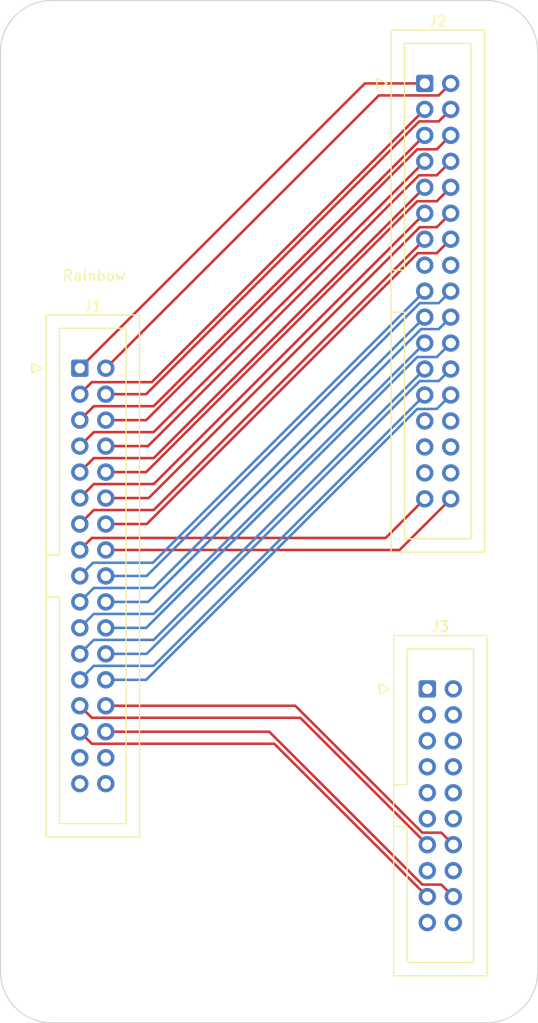
<source format=kicad_pcb>
(kicad_pcb (version 20221018) (generator pcbnew)
  (layers (0 "F.Cu" signal) (31 "B.Cu" signal) (34 "B.Paste" user) (35 "F.Paste" user) (36 "B.SilkS" user "B.Silkscreen") (37 "F.SilkS" user "F.Silkscreen") (38 "B.Mask" user) (39 "F.Mask" user) (44 "Edge.Cuts" user))
  (net 0 "")
  (net 1 "Net-(J1-Pin_1)")
  (net 2 "Net-(J1-Pin_2)")
  (net 3 "Net-(J1-Pin_3)")
  (net 4 "Net-(J1-Pin_4)")
  (net 33 "Net-(J1-Pin_5)")
  (net 34 "Net-(J1-Pin_6)")
  (net 35 "Net-(J1-Pin_7)")
  (net 36 "Net-(J1-Pin_8)")
  (net 37 "Net-(J1-Pin_9)")
  (net 38 "Net-(J1-Pin_10)")
  (net 39 "Net-(J1-Pin_11)")
  (net 40 "Net-(J1-Pin_12)")
  (net 41 "Net-(J1-Pin_13)")
  (net 42 "Net-(J1-Pin_14)")
  (net 43 "Net-(J1-Pin_15)")
  (net 44 "Net-(J1-Pin_16)")
  (net 45 "Net-(J1-Pin_17)")
  (net 46 "Net-(J1-Pin_18)")
  (net 47 "Net-(J1-Pin_19)")
  (net 48 "Net-(J1-Pin_20)")
  (net 49 "Net-(J1-Pin_21)")
  (net 50 "Net-(J1-Pin_22)")
  (net 51 "Net-(J1-Pin_23)")
  (net 52 "Net-(J1-Pin_24)")
  (net 53 "Net-(J1-Pin_25)")
  (net 54 "Net-(J1-Pin_26)")
  (net 55 "Net-(J1-Pin_27)")
  (net 56 "Net-(J1-Pin_28)")
  (net 57 "Net-(J1-Pin_29)")
  (net 58 "Net-(J1-Pin_30)")
  (footprint "Connector_IDC:IDC-Header_2x17_P2.54mm_Vertical" (layer "F.Cu") (at 117.75 98.47)
    (fp_text reference "J1" (at 1.27 -6.1) (layer "F.SilkS"))
    (fp_text value "Conn_02x17_Odd_Even")
    (fp_line (start -4.68 -0.5) (end -4.68 0.5) (stroke (width 0.12)) (layer "F.SilkS"))
    (fp_line (start -4.68 0.5) (end -3.68 0) (stroke (width 0.12)) (layer "F.SilkS"))
    (fp_line (start -3.68 0) (end -4.68 -0.5) (stroke (width 0.12)) (layer "F.SilkS"))
    (fp_line (start -3.29 -5.21) (end 5.83 -5.21) (stroke (width 0.12)) (layer "F.SilkS"))
    (fp_line (start -3.29 18.27) (end -1.98 18.27) (stroke (width 0.12)) (layer "F.SilkS"))
    (fp_line (start -3.29 45.85) (end -3.29 -5.21) (stroke (width 0.12)) (layer "F.SilkS"))
    (fp_line (start -1.98 -3.91) (end 4.52 -3.91) (stroke (width 0.12)) (layer "F.SilkS"))
    (fp_line (start -1.98 18.27) (end -1.98 -3.91) (stroke (width 0.12)) (layer "F.SilkS"))
    (fp_line (start -1.98 22.37) (end -3.29 22.37) (stroke (width 0.12)) (layer "F.SilkS"))
    (fp_line (start -1.98 22.37) (end -1.98 22.37) (stroke (width 0.12)) (layer "F.SilkS"))
    (fp_line (start -1.98 44.55) (end -1.98 22.37) (stroke (width 0.12)) (layer "F.SilkS"))
    (fp_line (start 4.52 -3.91) (end 4.52 44.55) (stroke (width 0.12)) (layer "F.SilkS"))
    (fp_line (start 4.52 44.55) (end -1.98 44.55) (stroke (width 0.12)) (layer "F.SilkS"))
    (fp_line (start 5.83 -5.21) (end 5.83 45.85) (stroke (width 0.12)) (layer "F.SilkS"))
    (fp_line (start 5.83 45.85) (end -3.29 45.85) (stroke (width 0.12)) (layer "F.SilkS"))
    (pad "1" thru_hole roundrect (at 0 0) (size 1.7 1.7) (drill 1) (layers "*.Cu" "*.Mask") (roundrect_rratio 0.1470588235) (net 1 "Net-(J1-Pin_1)"))
    (pad "2" thru_hole circle (at 2.54 0) (size 1.7 1.7) (drill 1) (layers "*.Cu" "*.Mask") (net 2 "Net-(J1-Pin_2)"))
    (pad "3" thru_hole circle (at 0 2.54) (size 1.7 1.7) (drill 1) (layers "*.Cu" "*.Mask") (net 3 "Net-(J1-Pin_3)"))
    (pad "4" thru_hole circle (at 2.54 2.54) (size 1.7 1.7) (drill 1) (layers "*.Cu" "*.Mask") (net 4 "Net-(J1-Pin_4)"))
    (pad "5" thru_hole circle (at 0 5.08) (size 1.7 1.7) (drill 1) (layers "*.Cu" "*.Mask") (net 33 "Net-(J1-Pin_5)"))
    (pad "6" thru_hole circle (at 2.54 5.08) (size 1.7 1.7) (drill 1) (layers "*.Cu" "*.Mask") (net 34 "Net-(J1-Pin_6)"))
    (pad "7" thru_hole circle (at 0 7.62) (size 1.7 1.7) (drill 1) (layers "*.Cu" "*.Mask") (net 35 "Net-(J1-Pin_7)"))
    (pad "8" thru_hole circle (at 2.54 7.62) (size 1.7 1.7) (drill 1) (layers "*.Cu" "*.Mask") (net 36 "Net-(J1-Pin_8)"))
    (pad "9" thru_hole circle (at 0 10.16) (size 1.7 1.7) (drill 1) (layers "*.Cu" "*.Mask") (net 37 "Net-(J1-Pin_9)"))
    (pad "10" thru_hole circle (at 2.54 10.16) (size 1.7 1.7) (drill 1) (layers "*.Cu" "*.Mask") (net 38 "Net-(J1-Pin_10)"))
    (pad "11" thru_hole circle (at 0 12.7) (size 1.7 1.7) (drill 1) (layers "*.Cu" "*.Mask") (net 39 "Net-(J1-Pin_11)"))
    (pad "12" thru_hole circle (at 2.54 12.7) (size 1.7 1.7) (drill 1) (layers "*.Cu" "*.Mask") (net 40 "Net-(J1-Pin_12)"))
    (pad "13" thru_hole circle (at 0 15.24) (size 1.7 1.7) (drill 1) (layers "*.Cu" "*.Mask") (net 41 "Net-(J1-Pin_13)"))
    (pad "14" thru_hole circle (at 2.54 15.24) (size 1.7 1.7) (drill 1) (layers "*.Cu" "*.Mask") (net 42 "Net-(J1-Pin_14)"))
    (pad "15" thru_hole circle (at 0 17.78) (size 1.7 1.7) (drill 1) (layers "*.Cu" "*.Mask") (net 43 "Net-(J1-Pin_15)"))
    (pad "16" thru_hole circle (at 2.54 17.78) (size 1.7 1.7) (drill 1) (layers "*.Cu" "*.Mask") (net 44 "Net-(J1-Pin_16)"))
    (pad "17" thru_hole circle (at 0 20.32) (size 1.7 1.7) (drill 1) (layers "*.Cu" "*.Mask") (net 45 "Net-(J1-Pin_17)"))
    (pad "18" thru_hole circle (at 2.54 20.32) (size 1.7 1.7) (drill 1) (layers "*.Cu" "*.Mask") (net 46 "Net-(J1-Pin_18)"))
    (pad "19" thru_hole circle (at 0 22.86) (size 1.7 1.7) (drill 1) (layers "*.Cu" "*.Mask") (net 47 "Net-(J1-Pin_19)"))
    (pad "20" thru_hole circle (at 2.54 22.86) (size 1.7 1.7) (drill 1) (layers "*.Cu" "*.Mask") (net 48 "Net-(J1-Pin_20)"))
    (pad "21" thru_hole circle (at 0 25.4) (size 1.7 1.7) (drill 1) (layers "*.Cu" "*.Mask") (net 49 "Net-(J1-Pin_21)"))
    (pad "22" thru_hole circle (at 2.54 25.4) (size 1.7 1.7) (drill 1) (layers "*.Cu" "*.Mask") (net 50 "Net-(J1-Pin_22)"))
    (pad "23" thru_hole circle (at 0 27.94) (size 1.7 1.7) (drill 1) (layers "*.Cu" "*.Mask") (net 51 "Net-(J1-Pin_23)"))
    (pad "24" thru_hole circle (at 2.54 27.94) (size 1.7 1.7) (drill 1) (layers "*.Cu" "*.Mask") (net 52 "Net-(J1-Pin_24)"))
    (pad "25" thru_hole circle (at 0 30.48) (size 1.7 1.7) (drill 1) (layers "*.Cu" "*.Mask") (net 53 "Net-(J1-Pin_25)"))
    (pad "26" thru_hole circle (at 2.54 30.48) (size 1.7 1.7) (drill 1) (layers "*.Cu" "*.Mask") (net 54 "Net-(J1-Pin_26)"))
    (pad "27" thru_hole circle (at 0 33.02) (size 1.7 1.7) (drill 1) (layers "*.Cu" "*.Mask") (net 55 "Net-(J1-Pin_27)"))
    (pad "28" thru_hole circle (at 2.54 33.02) (size 1.7 1.7) (drill 1) (layers "*.Cu" "*.Mask") (net 56 "Net-(J1-Pin_28)"))
    (pad "29" thru_hole circle (at 0 35.56) (size 1.7 1.7) (drill 1) (layers "*.Cu" "*.Mask") (net 57 "Net-(J1-Pin_29)"))
    (pad "30" thru_hole circle (at 2.54 35.56) (size 1.7 1.7) (drill 1) (layers "*.Cu" "*.Mask") (net 58 "Net-(J1-Pin_30)"))
    (pad "31" thru_hole circle (at 0 38.1) (size 1.7 1.7) (drill 1) (layers "*.Cu" "*.Mask"))
    (pad "32" thru_hole circle (at 2.54 38.1) (size 1.7 1.7) (drill 1) (layers "*.Cu" "*.Mask"))
    (pad "33" thru_hole circle (at 0 40.64) (size 1.7 1.7) (drill 1) (layers "*.Cu" "*.Mask"))
    (pad "34" thru_hole circle (at 2.54 40.64) (size 1.7 1.7) (drill 1) (layers "*.Cu" "*.Mask"))
  )
  (footprint "Connector_IDC:IDC-Header_2x10_P2.54mm_Vertical" (layer "F.Cu") (at 151.71 129.84)
    (fp_text reference "J3" (at 1.27 -6.1) (layer "F.SilkS"))
    (fp_text value "Conn_02x10_Odd_Even")
    (fp_line (start -4.68 -0.5) (end -4.68 0.5) (stroke (width 0.12)) (layer "F.SilkS"))
    (fp_line (start -4.68 0.5) (end -3.68 0) (stroke (width 0.12)) (layer "F.SilkS"))
    (fp_line (start -3.68 0) (end -4.68 -0.5) (stroke (width 0.12)) (layer "F.SilkS"))
    (fp_line (start -3.29 -5.21) (end 5.83 -5.21) (stroke (width 0.12)) (layer "F.SilkS"))
    (fp_line (start -3.29 9.38) (end -1.98 9.38) (stroke (width 0.12)) (layer "F.SilkS"))
    (fp_line (start -3.29 28.07) (end -3.29 -5.21) (stroke (width 0.12)) (layer "F.SilkS"))
    (fp_line (start -1.98 -3.91) (end 4.52 -3.91) (stroke (width 0.12)) (layer "F.SilkS"))
    (fp_line (start -1.98 9.38) (end -1.98 -3.91) (stroke (width 0.12)) (layer "F.SilkS"))
    (fp_line (start -1.98 13.48) (end -3.29 13.48) (stroke (width 0.12)) (layer "F.SilkS"))
    (fp_line (start -1.98 13.48) (end -1.98 13.48) (stroke (width 0.12)) (layer "F.SilkS"))
    (fp_line (start -1.98 26.77) (end -1.98 13.48) (stroke (width 0.12)) (layer "F.SilkS"))
    (fp_line (start 4.52 -3.91) (end 4.52 26.77) (stroke (width 0.12)) (layer "F.SilkS"))
    (fp_line (start 4.52 26.77) (end -1.98 26.77) (stroke (width 0.12)) (layer "F.SilkS"))
    (fp_line (start 5.83 -5.21) (end 5.83 28.07) (stroke (width 0.12)) (layer "F.SilkS"))
    (fp_line (start 5.83 28.07) (end -3.29 28.07) (stroke (width 0.12)) (layer "F.SilkS"))
    (pad "1" thru_hole roundrect (at 0 0) (size 1.7 1.7) (drill 1) (layers "*.Cu" "*.Mask") (roundrect_rratio 0.1470588235))
    (pad "2" thru_hole circle (at 2.54 0) (size 1.7 1.7) (drill 1) (layers "*.Cu" "*.Mask"))
    (pad "3" thru_hole circle (at 0 2.54) (size 1.7 1.7) (drill 1) (layers "*.Cu" "*.Mask"))
    (pad "4" thru_hole circle (at 2.54 2.54) (size 1.7 1.7) (drill 1) (layers "*.Cu" "*.Mask"))
    (pad "5" thru_hole circle (at 0 5.08) (size 1.7 1.7) (drill 1) (layers "*.Cu" "*.Mask"))
    (pad "6" thru_hole circle (at 2.54 5.08) (size 1.7 1.7) (drill 1) (layers "*.Cu" "*.Mask"))
    (pad "7" thru_hole circle (at 0 7.62) (size 1.7 1.7) (drill 1) (layers "*.Cu" "*.Mask"))
    (pad "8" thru_hole circle (at 2.54 7.62) (size 1.7 1.7) (drill 1) (layers "*.Cu" "*.Mask"))
    (pad "9" thru_hole circle (at 0 10.16) (size 1.7 1.7) (drill 1) (layers "*.Cu" "*.Mask"))
    (pad "10" thru_hole circle (at 2.54 10.16) (size 1.7 1.7) (drill 1) (layers "*.Cu" "*.Mask"))
    (pad "11" thru_hole circle (at 0 12.7) (size 1.7 1.7) (drill 1) (layers "*.Cu" "*.Mask"))
    (pad "12" thru_hole circle (at 2.54 12.7) (size 1.7 1.7) (drill 1) (layers "*.Cu" "*.Mask"))
    (pad "13" thru_hole circle (at 0 15.24) (size 1.7 1.7) (drill 1) (layers "*.Cu" "*.Mask") (net 55 "Net-(J1-Pin_27)"))
    (pad "14" thru_hole circle (at 2.54 15.24) (size 1.7 1.7) (drill 1) (layers "*.Cu" "*.Mask") (net 56 "Net-(J1-Pin_28)"))
    (pad "15" thru_hole circle (at 0 17.78) (size 1.7 1.7) (drill 1) (layers "*.Cu" "*.Mask"))
    (pad "16" thru_hole circle (at 2.54 17.78) (size 1.7 1.7) (drill 1) (layers "*.Cu" "*.Mask"))
    (pad "17" thru_hole circle (at 0 20.32) (size 1.7 1.7) (drill 1) (layers "*.Cu" "*.Mask") (net 57 "Net-(J1-Pin_29)"))
    (pad "18" thru_hole circle (at 2.54 20.32) (size 1.7 1.7) (drill 1) (layers "*.Cu" "*.Mask") (net 58 "Net-(J1-Pin_30)"))
    (pad "19" thru_hole circle (at 0 22.86) (size 1.7 1.7) (drill 1) (layers "*.Cu" "*.Mask"))
    (pad "20" thru_hole circle (at 2.54 22.86) (size 1.7 1.7) (drill 1) (layers "*.Cu" "*.Mask"))
  )
  (footprint "Connector_IDC:IDC-Header_2x17_P2.54mm_Vertical" (layer "F.Cu") (at 151.46 70.61)
    (fp_text reference "J2" (at 1.27 -6.1) (layer "F.SilkS"))
    (fp_text value "Conn_02x17_Odd_Even")
    (fp_line (start -4.68 -0.5) (end -4.68 0.5) (stroke (width 0.12)) (layer "F.SilkS"))
    (fp_line (start -4.68 0.5) (end -3.68 0) (stroke (width 0.12)) (layer "F.SilkS"))
    (fp_line (start -3.68 0) (end -4.68 -0.5) (stroke (width 0.12)) (layer "F.SilkS"))
    (fp_line (start -3.29 -5.21) (end 5.83 -5.21) (stroke (width 0.12)) (layer "F.SilkS"))
    (fp_line (start -3.29 18.27) (end -1.98 18.27) (stroke (width 0.12)) (layer "F.SilkS"))
    (fp_line (start -3.29 45.85) (end -3.29 -5.21) (stroke (width 0.12)) (layer "F.SilkS"))
    (fp_line (start -1.98 -3.91) (end 4.52 -3.91) (stroke (width 0.12)) (layer "F.SilkS"))
    (fp_line (start -1.98 18.27) (end -1.98 -3.91) (stroke (width 0.12)) (layer "F.SilkS"))
    (fp_line (start -1.98 22.37) (end -3.29 22.37) (stroke (width 0.12)) (layer "F.SilkS"))
    (fp_line (start -1.98 22.37) (end -1.98 22.37) (stroke (width 0.12)) (layer "F.SilkS"))
    (fp_line (start -1.98 44.55) (end -1.98 22.37) (stroke (width 0.12)) (layer "F.SilkS"))
    (fp_line (start 4.52 -3.91) (end 4.52 44.55) (stroke (width 0.12)) (layer "F.SilkS"))
    (fp_line (start 4.52 44.55) (end -1.98 44.55) (stroke (width 0.12)) (layer "F.SilkS"))
    (fp_line (start 5.83 -5.21) (end 5.83 45.85) (stroke (width 0.12)) (layer "F.SilkS"))
    (fp_line (start 5.83 45.85) (end -3.29 45.85) (stroke (width 0.12)) (layer "F.SilkS"))
    (pad "1" thru_hole roundrect (at 0 0) (size 1.7 1.7) (drill 1) (layers "*.Cu" "*.Mask") (roundrect_rratio 0.1470588235) (net 1 "Net-(J1-Pin_1)"))
    (pad "2" thru_hole circle (at 2.54 0) (size 1.7 1.7) (drill 1) (layers "*.Cu" "*.Mask") (net 2 "Net-(J1-Pin_2)"))
    (pad "3" thru_hole circle (at 0 2.54) (size 1.7 1.7) (drill 1) (layers "*.Cu" "*.Mask") (net 3 "Net-(J1-Pin_3)"))
    (pad "4" thru_hole circle (at 2.54 2.54) (size 1.7 1.7) (drill 1) (layers "*.Cu" "*.Mask") (net 4 "Net-(J1-Pin_4)"))
    (pad "5" thru_hole circle (at 0 5.08) (size 1.7 1.7) (drill 1) (layers "*.Cu" "*.Mask") (net 33 "Net-(J1-Pin_5)"))
    (pad "6" thru_hole circle (at 2.54 5.08) (size 1.7 1.7) (drill 1) (layers "*.Cu" "*.Mask") (net 34 "Net-(J1-Pin_6)"))
    (pad "7" thru_hole circle (at 0 7.62) (size 1.7 1.7) (drill 1) (layers "*.Cu" "*.Mask") (net 35 "Net-(J1-Pin_7)"))
    (pad "8" thru_hole circle (at 2.54 7.62) (size 1.7 1.7) (drill 1) (layers "*.Cu" "*.Mask") (net 36 "Net-(J1-Pin_8)"))
    (pad "9" thru_hole circle (at 0 10.16) (size 1.7 1.7) (drill 1) (layers "*.Cu" "*.Mask") (net 37 "Net-(J1-Pin_9)"))
    (pad "10" thru_hole circle (at 2.54 10.16) (size 1.7 1.7) (drill 1) (layers "*.Cu" "*.Mask") (net 38 "Net-(J1-Pin_10)"))
    (pad "11" thru_hole circle (at 0 12.7) (size 1.7 1.7) (drill 1) (layers "*.Cu" "*.Mask") (net 39 "Net-(J1-Pin_11)"))
    (pad "12" thru_hole circle (at 2.54 12.7) (size 1.7 1.7) (drill 1) (layers "*.Cu" "*.Mask") (net 40 "Net-(J1-Pin_12)"))
    (pad "13" thru_hole circle (at 0 15.24) (size 1.7 1.7) (drill 1) (layers "*.Cu" "*.Mask") (net 41 "Net-(J1-Pin_13)"))
    (pad "14" thru_hole circle (at 2.54 15.24) (size 1.7 1.7) (drill 1) (layers "*.Cu" "*.Mask") (net 42 "Net-(J1-Pin_14)"))
    (pad "15" thru_hole circle (at 0 17.78) (size 1.7 1.7) (drill 1) (layers "*.Cu" "*.Mask"))
    (pad "16" thru_hole circle (at 2.54 17.78) (size 1.7 1.7) (drill 1) (layers "*.Cu" "*.Mask"))
    (pad "17" thru_hole circle (at 0 20.32) (size 1.7 1.7) (drill 1) (layers "*.Cu" "*.Mask") (net 45 "Net-(J1-Pin_17)"))
    (pad "18" thru_hole circle (at 2.54 20.32) (size 1.7 1.7) (drill 1) (layers "*.Cu" "*.Mask") (net 46 "Net-(J1-Pin_18)"))
    (pad "19" thru_hole circle (at 0 22.86) (size 1.7 1.7) (drill 1) (layers "*.Cu" "*.Mask") (net 47 "Net-(J1-Pin_19)"))
    (pad "20" thru_hole circle (at 2.54 22.86) (size 1.7 1.7) (drill 1) (layers "*.Cu" "*.Mask") (net 48 "Net-(J1-Pin_20)"))
    (pad "21" thru_hole circle (at 0 25.4) (size 1.7 1.7) (drill 1) (layers "*.Cu" "*.Mask") (net 49 "Net-(J1-Pin_21)"))
    (pad "22" thru_hole circle (at 2.54 25.4) (size 1.7 1.7) (drill 1) (layers "*.Cu" "*.Mask") (net 50 "Net-(J1-Pin_22)"))
    (pad "23" thru_hole circle (at 0 27.94) (size 1.7 1.7) (drill 1) (layers "*.Cu" "*.Mask") (net 51 "Net-(J1-Pin_23)"))
    (pad "24" thru_hole circle (at 2.54 27.94) (size 1.7 1.7) (drill 1) (layers "*.Cu" "*.Mask") (net 52 "Net-(J1-Pin_24)"))
    (pad "25" thru_hole circle (at 0 30.48) (size 1.7 1.7) (drill 1) (layers "*.Cu" "*.Mask") (net 53 "Net-(J1-Pin_25)"))
    (pad "26" thru_hole circle (at 2.54 30.48) (size 1.7 1.7) (drill 1) (layers "*.Cu" "*.Mask") (net 54 "Net-(J1-Pin_26)"))
    (pad "27" thru_hole circle (at 0 33.02) (size 1.7 1.7) (drill 1) (layers "*.Cu" "*.Mask"))
    (pad "28" thru_hole circle (at 2.54 33.02) (size 1.7 1.7) (drill 1) (layers "*.Cu" "*.Mask"))
    (pad "29" thru_hole circle (at 0 35.56) (size 1.7 1.7) (drill 1) (layers "*.Cu" "*.Mask"))
    (pad "30" thru_hole circle (at 2.54 35.56) (size 1.7 1.7) (drill 1) (layers "*.Cu" "*.Mask"))
    (pad "31" thru_hole circle (at 0 38.1) (size 1.7 1.7) (drill 1) (layers "*.Cu" "*.Mask"))
    (pad "32" thru_hole circle (at 2.54 38.1) (size 1.7 1.7) (drill 1) (layers "*.Cu" "*.Mask"))
    (pad "33" thru_hole circle (at 0 40.64) (size 1.7 1.7) (drill 1) (layers "*.Cu" "*.Mask") (net 43 "Net-(J1-Pin_15)"))
    (pad "34" thru_hole circle (at 2.54 40.64) (size 1.7 1.7) (drill 1) (layers "*.Cu" "*.Mask") (net 44 "Net-(J1-Pin_16)"))
  )
  (gr_arc (start 157.5 62.5) (mid 161.035534 63.964466) (end 162.5 67.5) (stroke (width 0.1)) (layer "Edge.Cuts"))
  (gr_arc (start 110 67.5) (mid 111.464466 63.964466) (end 115 62.5) (stroke (width 0.1)) (layer "Edge.Cuts"))
  (gr_line (start 115 162.5) (end 157.5 162.5) (stroke (width 0.1)) (layer "Edge.Cuts"))
  (gr_line (start 115 62.5) (end 157.5 62.5) (stroke (width 0.1)) (layer "Edge.Cuts"))
  (gr_arc (start 162.5 157.5) (mid 161.035534 161.035534) (end 157.5 162.5) (stroke (width 0.1)) (layer "Edge.Cuts"))
  (gr_line (start 162.5 67.5) (end 162.5 157.5) (stroke (width 0.1)) (layer "Edge.Cuts"))
  (gr_line (start 110 157.5) (end 110 67.5) (stroke (width 0.1)) (layer "Edge.Cuts"))
  (gr_arc (start 115 162.5) (mid 111.464466 161.035534) (end 110 157.5) (stroke (width 0.1)) (layer "Edge.Cuts"))
  (gr_text "Rainbow" (at 116 90) (layer "F.SilkS") (effects (font (size 1 1)) (justify left bottom)))
  (segment (start 151.46 70.61) (end 145.61 70.61) (width 0.25) (layer "F.Cu") (net 1))
  (segment (start 145.61 70.61) (end 117.75 98.47) (width 0.25) (layer "F.Cu") (net 1))
  (segment (start 146.975 71.785) (end 120.29 98.47) (width 0.25) (layer "F.Cu") (net 2))
  (segment (start 154 70.61) (end 152.825 71.785) (width 0.25) (layer "F.Cu") (net 2))
  (segment (start 152.825 71.785) (end 146.975 71.785) (width 0.25) (layer "F.Cu") (net 2))
  (segment (start 118.925 99.835) (end 117.75 101.01) (width 0.25) (layer "F.Cu") (net 3))
  (segment (start 151.46 73.15) (end 124.775 99.835) (width 0.25) (layer "F.Cu") (net 3))
  (segment (start 124.775 99.835) (end 118.925 99.835) (width 0.25) (layer "F.Cu") (net 3))
  (segment (start 124.236396 101.01) (end 120.29 101.01) (width 0.25) (layer "F.Cu") (net 4))
  (segment (start 152.825 74.325) (end 150.921396 74.325) (width 0.25) (layer "F.Cu") (net 4))
  (segment (start 150.921396 74.325) (end 124.236396 101.01) (width 0.25) (layer "F.Cu") (net 4))
  (segment (start 154 73.15) (end 152.825 74.325) (width 0.25) (layer "F.Cu") (net 4))
  (segment (start 151.46 75.69) (end 124.965 102.185) (width 0.25) (layer "F.Cu") (net 33))
  (segment (start 119.115 102.185) (end 117.75 103.55) (width 0.25) (layer "F.Cu") (net 33))
  (segment (start 124.965 102.185) (end 119.115 102.185) (width 0.25) (layer "F.Cu") (net 33))
  (segment (start 152.635 77.055) (end 150.731396 77.055) (width 0.25) (layer "F.Cu") (net 34))
  (segment (start 154 75.69) (end 152.635 77.055) (width 0.25) (layer "F.Cu") (net 34))
  (segment (start 150.731396 77.055) (end 124.236396 103.55) (width 0.25) (layer "F.Cu") (net 34))
  (segment (start 124.236396 103.55) (end 120.29 103.55) (width 0.25) (layer "F.Cu") (net 34))
  (segment (start 119.115 104.725) (end 117.75 106.09) (width 0.25) (layer "F.Cu") (net 35))
  (segment (start 151.46 78.23) (end 124.965 104.725) (width 0.25) (layer "F.Cu") (net 35))
  (segment (start 124.965 104.725) (end 119.115 104.725) (width 0.25) (layer "F.Cu") (net 35))
  (segment (start 154 78.23) (end 152.635 79.595) (width 0.25) (layer "F.Cu") (net 36))
  (segment (start 152.635 79.595) (end 150.905 79.595) (width 0.25) (layer "F.Cu") (net 36))
  (segment (start 150.905 79.595) (end 124.41 106.09) (width 0.25) (layer "F.Cu") (net 36))
  (segment (start 124.41 106.09) (end 120.29 106.09) (width 0.25) (layer "F.Cu") (net 36))
  (segment (start 124.965 107.265) (end 119.115 107.265) (width 0.25) (layer "F.Cu") (net 37))
  (segment (start 151.46 80.77) (end 124.965 107.265) (width 0.25) (layer "F.Cu") (net 37))
  (segment (start 119.115 107.265) (end 117.75 108.63) (width 0.25) (layer "F.Cu") (net 37))
  (segment (start 154 80.77) (end 152.635 82.135) (width 0.25) (layer "F.Cu") (net 38))
  (segment (start 124.236396 108.63) (end 120.29 108.63) (width 0.25) (layer "F.Cu") (net 38))
  (segment (start 152.635 82.135) (end 150.731396 82.135) (width 0.25) (layer "F.Cu") (net 38))
  (segment (start 150.731396 82.135) (end 124.236396 108.63) (width 0.25) (layer "F.Cu") (net 38))
  (segment (start 124.965 109.805) (end 119.115 109.805) (width 0.25) (layer "F.Cu") (net 39))
  (segment (start 119.115 109.805) (end 117.75 111.17) (width 0.25) (layer "F.Cu") (net 39))
  (segment (start 151.46 83.31) (end 124.965 109.805) (width 0.25) (layer "F.Cu") (net 39))
  (segment (start 124.478299 111.17) (end 120.29 111.17) (width 0.25) (layer "F.Cu") (net 40))
  (segment (start 152.635 84.675) (end 150.973299 84.675) (width 0.25) (layer "F.Cu") (net 40))
  (segment (start 150.973299 84.675) (end 124.478299 111.17) (width 0.25) (layer "F.Cu") (net 40))
  (segment (start 154 83.31) (end 152.635 84.675) (width 0.25) (layer "F.Cu") (net 40))
  (segment (start 124.965 112.345) (end 119.115 112.345) (width 0.25) (layer "F.Cu") (net 41))
  (segment (start 151.46 85.85) (end 124.965 112.345) (width 0.25) (layer "F.Cu") (net 41))
  (segment (start 119.115 112.345) (end 117.75 113.71) (width 0.25) (layer "F.Cu") (net 41))
  (segment (start 124.29 113.71) (end 120.29 113.71) (width 0.25) (layer "F.Cu") (net 42))
  (segment (start 150.785 87.215) (end 124.29 113.71) (width 0.25) (layer "F.Cu") (net 42))
  (segment (start 154 85.85) (end 152.635 87.215) (width 0.25) (layer "F.Cu") (net 42))
  (segment (start 152.635 87.215) (end 150.785 87.215) (width 0.25) (layer "F.Cu") (net 42))
  (segment (start 147.635 115.075) (end 151.46 111.25) (width 0.25) (layer "F.Cu") (net 43))
  (segment (start 118.925 115.075) (end 147.635 115.075) (width 0.25) (layer "F.Cu") (net 43))
  (segment (start 117.75 116.25) (end 118.925 115.075) (width 0.25) (layer "F.Cu") (net 43))
  (segment (start 120.29 116.25) (end 149 116.25) (width 0.25) (layer "F.Cu") (net 44))
  (segment (start 149 116.25) (end 154 111.25) (width 0.25) (layer "F.Cu") (net 44))
  (segment (start 151.46 90.93) (end 124.89 117.5) (width 0.25) (layer "B.Cu") (net 45))
  (segment (start 124.89 117.5) (end 119.04 117.5) (width 0.25) (layer "B.Cu") (net 45))
  (segment (start 119.04 117.5) (end 117.75 118.79) (width 0.25) (layer "B.Cu") (net 45))
  (segment (start 152.825 92.105) (end 150.973299 92.105) (width 0.25) (layer "B.Cu") (net 46))
  (segment (start 154 90.93) (end 152.825 92.105) (width 0.25) (layer "B.Cu") (net 46))
  (segment (start 124.288299 118.79) (end 120.29 118.79) (width 0.25) (layer "B.Cu") (net 46))
  (segment (start 150.973299 92.105) (end 124.288299 118.79) (width 0.25) (layer "B.Cu") (net 46))
  (segment (start 151.46 93.47) (end 124.965 119.965) (width 0.25) (layer "B.Cu") (net 47))
  (segment (start 119.115 119.965) (end 117.75 121.33) (width 0.25) (layer "B.Cu") (net 47))
  (segment (start 124.965 119.965) (end 119.115 119.965) (width 0.25) (layer "B.Cu") (net 47))
  (segment (start 124.42 121.33) (end 120.29 121.33) (width 0.25) (layer "B.Cu") (net 48))
  (segment (start 152.825 94.645) (end 151.105 94.645) (width 0.25) (layer "B.Cu") (net 48))
  (segment (start 154 93.47) (end 152.825 94.645) (width 0.25) (layer "B.Cu") (net 48))
  (segment (start 151.105 94.645) (end 124.42 121.33) (width 0.25) (layer "B.Cu") (net 48))
  (segment (start 151.46 96.01) (end 124.965 122.505) (width 0.25) (layer "B.Cu") (net 49))
  (segment (start 119.115 122.505) (end 117.75 123.87) (width 0.25) (layer "B.Cu") (net 49))
  (segment (start 124.965 122.505) (end 119.115 122.505) (width 0.25) (layer "B.Cu") (net 49))
  (segment (start 152.635 97.375) (end 150.731396 97.375) (width 0.25) (layer "B.Cu") (net 50))
  (segment (start 154 96.01) (end 152.635 97.375) (width 0.25) (layer "B.Cu") (net 50))
  (segment (start 150.731396 97.375) (end 124.236396 123.87) (width 0.25) (layer "B.Cu") (net 50))
  (segment (start 124.236396 123.87) (end 120.29 123.87) (width 0.25) (layer "B.Cu") (net 50))
  (segment (start 151.46 98.55) (end 124.965 125.045) (width 0.25) (layer "B.Cu") (net 51))
  (segment (start 124.965 125.045) (end 119.115 125.045) (width 0.25) (layer "B.Cu") (net 51))
  (segment (start 119.115 125.045) (end 117.75 126.41) (width 0.25) (layer "B.Cu") (net 51))
  (segment (start 154 98.55) (end 152.825 99.725) (width 0.25) (layer "B.Cu") (net 52))
  (segment (start 124.288299 126.41) (end 120.29 126.41) (width 0.25) (layer "B.Cu") (net 52))
  (segment (start 152.825 99.725) (end 150.973299 99.725) (width 0.25) (layer "B.Cu") (net 52))
  (segment (start 150.973299 99.725) (end 124.288299 126.41) (width 0.25) (layer "B.Cu") (net 52))
  (segment (start 124.965 127.585) (end 119.115 127.585) (width 0.25) (layer "B.Cu") (net 53))
  (segment (start 151.46 101.09) (end 124.965 127.585) (width 0.25) (layer "B.Cu") (net 53))
  (segment (start 119.115 127.585) (end 117.75 128.95) (width 0.25) (layer "B.Cu") (net 53))
  (segment (start 154 101.09) (end 152.635 102.455) (width 0.25) (layer "B.Cu") (net 54))
  (segment (start 150.731396 102.455) (end 124.236396 128.95) (width 0.25) (layer "B.Cu") (net 54))
  (segment (start 124.236396 128.95) (end 120.29 128.95) (width 0.25) (layer "B.Cu") (net 54))
  (segment (start 152.635 102.455) (end 150.731396 102.455) (width 0.25) (layer "B.Cu") (net 54))
  (segment (start 139.295 132.665) (end 151.71 145.08) (width 0.25) (layer "F.Cu") (net 55))
  (segment (start 118.925 132.665) (end 139.295 132.665) (width 0.25) (layer "F.Cu") (net 55))
  (segment (start 117.75 131.49) (end 118.925 132.665) (width 0.25) (layer "F.Cu") (net 55))
  (segment (start 120.29 131.49) (end 138.808299 131.49) (width 0.25) (layer "F.Cu") (net 56))
  (segment (start 151.223299 143.905) (end 153.075 143.905) (width 0.25) (layer "F.Cu") (net 56))
  (segment (start 138.808299 131.49) (end 151.223299 143.905) (width 0.25) (layer "F.Cu") (net 56))
  (segment (start 153.075 143.905) (end 154.25 145.08) (width 0.25) (layer "F.Cu") (net 56))
  (segment (start 136.755 135.205) (end 151.71 150.16) (width 0.25) (layer "F.Cu") (net 57))
  (segment (start 117.75 134.03) (end 118.925 135.205) (width 0.25) (layer "F.Cu") (net 57))
  (segment (start 118.925 135.205) (end 136.755 135.205) (width 0.25) (layer "F.Cu") (net 57))
  (segment (start 151.223299 148.985) (end 153.075 148.985) (width 0.25) (layer "F.Cu") (net 58))
  (segment (start 153.075 148.985) (end 154.25 150.16) (width 0.25) (layer "F.Cu") (net 58))
  (segment (start 120.29 134.03) (end 136.268299 134.03) (width 0.25) (layer "F.Cu") (net 58))
  (segment (start 136.268299 134.03) (end 151.223299 148.985) (width 0.25) (layer "F.Cu") (net 58))
)
</source>
